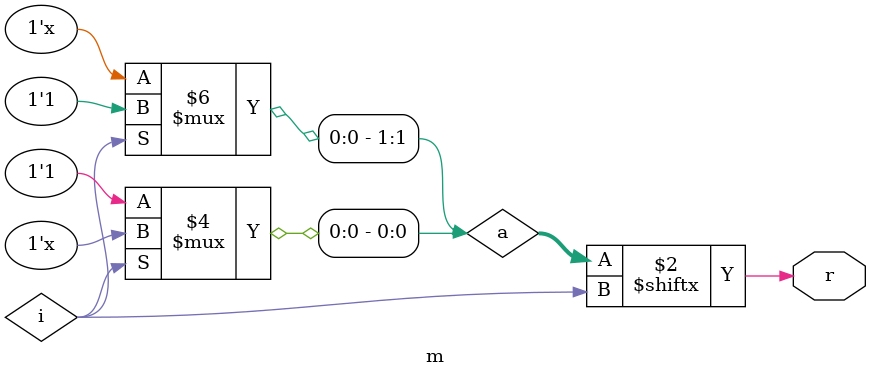
<source format=sv>
module m(output logic r);
  logic [1:0] a;
  logic i;
  always_comb begin a[i] = 1; r = a[i]; end
endmodule

</source>
